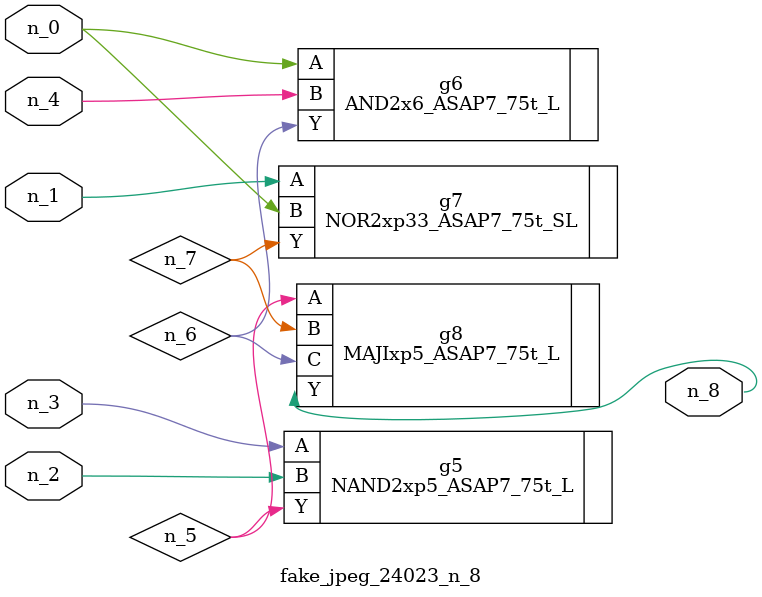
<source format=v>
module fake_jpeg_24023_n_8 (n_3, n_2, n_1, n_0, n_4, n_8);

input n_3;
input n_2;
input n_1;
input n_0;
input n_4;

output n_8;

wire n_6;
wire n_5;
wire n_7;

NAND2xp5_ASAP7_75t_L g5 ( 
.A(n_3),
.B(n_2),
.Y(n_5)
);

AND2x6_ASAP7_75t_L g6 ( 
.A(n_0),
.B(n_4),
.Y(n_6)
);

NOR2xp33_ASAP7_75t_SL g7 ( 
.A(n_1),
.B(n_0),
.Y(n_7)
);

MAJIxp5_ASAP7_75t_L g8 ( 
.A(n_5),
.B(n_7),
.C(n_6),
.Y(n_8)
);


endmodule
</source>
